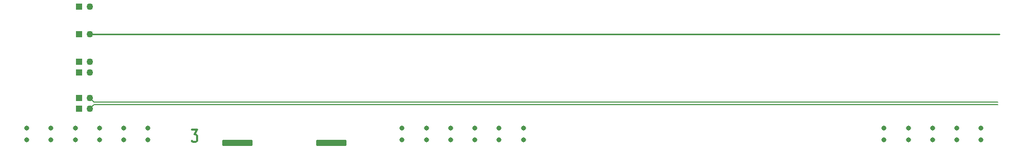
<source format=gbr>
G04 #@! TF.GenerationSoftware,KiCad,Pcbnew,(5.1.7)-1*
G04 #@! TF.CreationDate,2020-11-24T11:46:51-03:00*
G04 #@! TF.ProjectId,cupon,6375706f-6e2e-46b6-9963-61645f706362,Revision: 2.0*
G04 #@! TF.SameCoordinates,Original*
G04 #@! TF.FileFunction,Copper,L3,Inr*
G04 #@! TF.FilePolarity,Positive*
%FSLAX46Y46*%
G04 Gerber Fmt 4.6, Leading zero omitted, Abs format (unit mm)*
G04 Created by KiCad (PCBNEW (5.1.7)-1) date 2020-11-24 11:46:51*
%MOMM*%
%LPD*%
G01*
G04 APERTURE LIST*
G04 #@! TA.AperFunction,NonConductor*
%ADD10C,0.300000*%
G04 #@! TD*
G04 #@! TA.AperFunction,ComponentPad*
%ADD11C,1.100000*%
G04 #@! TD*
G04 #@! TA.AperFunction,ComponentPad*
%ADD12R,1.100000X1.100000*%
G04 #@! TD*
G04 #@! TA.AperFunction,ViaPad*
%ADD13C,0.800000*%
G04 #@! TD*
G04 #@! TA.AperFunction,Conductor*
%ADD14C,0.230000*%
G04 #@! TD*
G04 #@! TA.AperFunction,Conductor*
%ADD15C,0.180000*%
G04 #@! TD*
G04 #@! TA.AperFunction,NonConductor*
%ADD16C,0.254000*%
G04 #@! TD*
G04 #@! TA.AperFunction,NonConductor*
%ADD17C,0.150000*%
G04 #@! TD*
G04 APERTURE END LIST*
D10*
X31500000Y3595238D02*
X32428571Y3595238D01*
X31928571Y2833333D01*
X32142857Y2833333D01*
X32285714Y2738095D01*
X32357142Y2642857D01*
X32428571Y2452380D01*
X32428571Y1976190D01*
X32357142Y1785714D01*
X32285714Y1690476D01*
X32142857Y1595238D01*
X31714285Y1595238D01*
X31571428Y1690476D01*
X31500000Y1785714D01*
D11*
X14700000Y7100000D03*
D12*
X12900000Y7100000D03*
X12900000Y8900000D03*
D11*
X14700000Y8900000D03*
X14700000Y13100000D03*
D12*
X12900000Y13100000D03*
X12900000Y14900000D03*
D11*
X14700000Y14900000D03*
D12*
X12900000Y24000000D03*
D11*
X14700000Y24000000D03*
X14700000Y19500000D03*
D12*
X12900000Y19500000D03*
D13*
X4300000Y3900000D03*
X4300000Y1900000D03*
X8300000Y3900000D03*
X8300000Y1900000D03*
X12300000Y3900000D03*
X12300000Y1900000D03*
X16300000Y3900000D03*
X20300000Y1900000D03*
X20300000Y3900000D03*
X16300000Y1900000D03*
X24300000Y3900000D03*
X24300000Y1900000D03*
X66200000Y3900000D03*
X66200000Y1900000D03*
X70200000Y3900000D03*
X74200000Y1900000D03*
X74200000Y3900000D03*
X70200000Y1900000D03*
X86200000Y1900000D03*
X82200000Y3900000D03*
X82200000Y1900000D03*
X78200000Y3900000D03*
X78200000Y1900000D03*
X86200000Y3900000D03*
X157700000Y1900000D03*
X145700000Y1900000D03*
X149700000Y1900000D03*
X149700000Y3900000D03*
X161700000Y1900000D03*
X161700000Y3900000D03*
X157700000Y3900000D03*
X145700000Y3900000D03*
X153700000Y3900000D03*
X153700000Y1900000D03*
D14*
X14700000Y19500000D02*
X164700000Y19500000D01*
D15*
X15410000Y7810000D02*
X164500000Y7810000D01*
X14700000Y7100000D02*
X15410000Y7810000D01*
X15410000Y8190000D02*
X164500000Y8190000D01*
X14700000Y8900000D02*
X15410000Y8190000D01*
D16*
X41373000Y1127000D02*
X36627000Y1127000D01*
X36627000Y1873000D01*
X41373000Y1873000D01*
X41373000Y1127000D01*
G04 #@! TA.AperFunction,NonConductor*
D17*
G36*
X41373000Y1127000D02*
G01*
X36627000Y1127000D01*
X36627000Y1873000D01*
X41373000Y1873000D01*
X41373000Y1127000D01*
G37*
G04 #@! TD.AperFunction*
D16*
X56873000Y1127000D02*
X52127000Y1127000D01*
X52127000Y1873000D01*
X56873000Y1873000D01*
X56873000Y1127000D01*
G04 #@! TA.AperFunction,NonConductor*
D17*
G36*
X56873000Y1127000D02*
G01*
X52127000Y1127000D01*
X52127000Y1873000D01*
X56873000Y1873000D01*
X56873000Y1127000D01*
G37*
G04 #@! TD.AperFunction*
M02*

</source>
